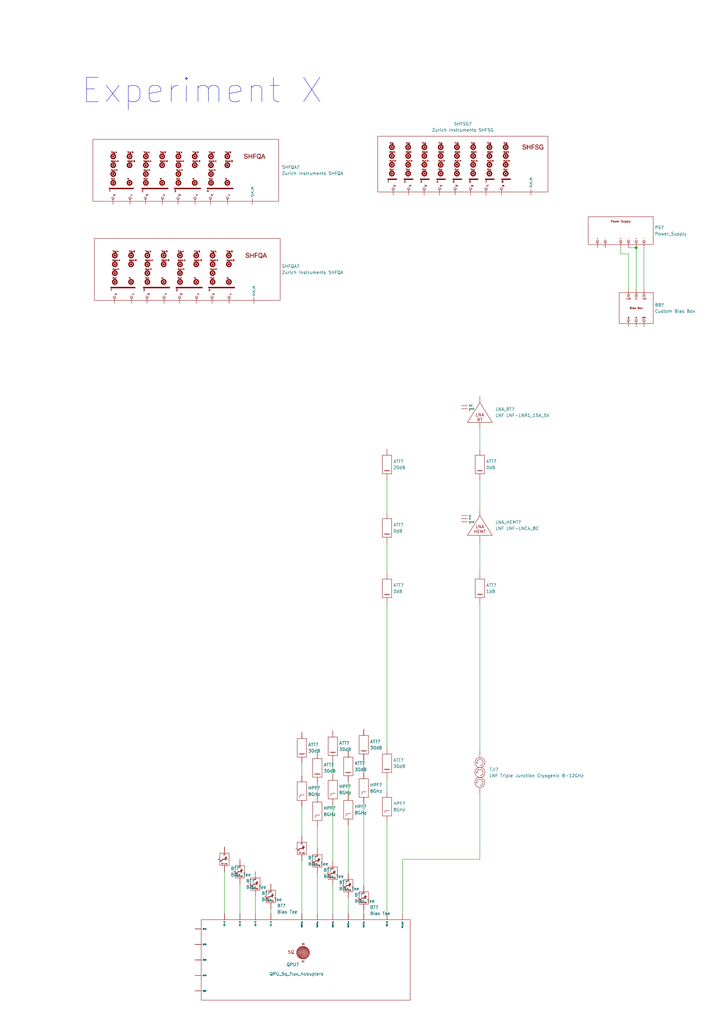
<source format=kicad_sch>
(kicad_sch (version 20211123) (generator eeschema)
  (paper "A3" portrait)
  (lib_symbols
    (symbol "Bias Tee_1" (on_board no)
      (property "Reference" "BT" (at 4.445 7.62 0))
      (property "Value" "Bias Tee_1" (at 4.445 5.08 0))
      (symbol "Bias Tee_1_0_0"
        (text "DC" (at -1.27 4.445 0) (effects (font (size 0.5 0.5))))
        (text "RF" (at 0 6.985 0) (effects (font (size 0.5 0.5))))
        (text "RF+DC" (at 0 3.175 0) (effects (font (size 0.5 0.5))))
      )
      (symbol "Bias Tee_1_1_1"
        (pin input line (at -2.54 5.08 0) (length 0.5) (name "") (number ""))
        (pin output line (at 0 0 90) (length 2.54) (name "") (number ""))
        (pin input line (at 0 10.16 270) (length 2.54) (name "") (number ""))
      )
    )
    (symbol "Bias Tee_2" (on_board no)
      (property "Reference" "BT" (at 4.445 7.62 0))
      (property "Value" "Bias Tee_2" (at 4.445 5.08 0))
      (symbol "Bias Tee_2_0_0"
        (text "DC" (at -1.27 4.445 0) (effects (font (size 0.5 0.5))))
        (text "RF" (at 0 6.985 0) (effects (font (size 0.5 0.5))))
        (text "RF+DC" (at 0 3.175 0) (effects (font (size 0.5 0.5))))
      )
      (symbol "Bias Tee_2_1_1"
        (pin input line (at -2.54 5.08 0) (length 0.5) (name "") (number ""))
        (pin output line (at 0 0 90) (length 2.54) (name "") (number ""))
        (pin input line (at 0 10.16 270) (length 2.54) (name "") (number ""))
      )
    )
    (symbol "Bias Tee_3" (on_board no)
      (property "Reference" "BT" (at 4.445 7.62 0))
      (property "Value" "Bias Tee_3" (at 4.445 5.08 0))
      (symbol "Bias Tee_3_0_0"
        (text "DC" (at -1.27 4.445 0) (effects (font (size 0.5 0.5))))
        (text "RF" (at 0 6.985 0) (effects (font (size 0.5 0.5))))
        (text "RF+DC" (at 0 3.175 0) (effects (font (size 0.5 0.5))))
      )
      (symbol "Bias Tee_3_1_1"
        (pin input line (at -2.54 5.08 0) (length 0.5) (name "") (number ""))
        (pin output line (at 0 0 90) (length 2.54) (name "") (number ""))
        (pin input line (at 0 10.16 270) (length 2.54) (name "") (number ""))
      )
    )
    (symbol "Bias Tee_4" (on_board no)
      (property "Reference" "BT" (at 4.445 7.62 0))
      (property "Value" "Bias Tee_4" (at 4.445 5.08 0))
      (symbol "Bias Tee_4_0_0"
        (text "DC" (at -1.27 4.445 0) (effects (font (size 0.5 0.5))))
        (text "RF" (at 0 6.985 0) (effects (font (size 0.5 0.5))))
        (text "RF+DC" (at 0 3.175 0) (effects (font (size 0.5 0.5))))
      )
      (symbol "Bias Tee_4_1_1"
        (pin input line (at -2.54 5.08 0) (length 0.5) (name "") (number ""))
        (pin output line (at 0 0 90) (length 2.54) (name "") (number ""))
        (pin input line (at 0 10.16 270) (length 2.54) (name "") (number ""))
      )
    )
    (symbol "Quantum Computing:Attenuator" (on_board no)
      (property "Reference" "ATT" (at 2.54 1.27 0))
      (property "Value" "Attenuator" (at 2.54 -1.27 0))
      (symbol "Attenuator_1_1"
        (pin bidirectional line (at 0 -6.35 90) (length 2.54) (name "") (number ""))
        (pin bidirectional line (at 0 6.35 270) (length 2.54) (name "") (number ""))
      )
    )
    (symbol "Quantum Computing:Bias Tee" (on_board no)
      (property "Reference" "BT" (at 4.445 7.62 0))
      (property "Value" "Bias Tee" (at 4.445 5.08 0))
      (symbol "Bias Tee_0_0"
        (text "DC" (at -1.27 4.445 0) (effects (font (size 0.5 0.5))))
        (text "RF" (at 0 6.985 0) (effects (font (size 0.5 0.5))))
        (text "RF+DC" (at 0 3.175 0) (effects (font (size 0.5 0.5))))
      )
      (symbol "Bias Tee_1_1"
        (pin input line (at -2.54 5.08 0) (length 0.5) (name "") (number ""))
        (pin output line (at 0 0 90) (length 2.54) (name "") (number ""))
        (pin input line (at 0 10.16 270) (length 2.54) (name "") (number ""))
      )
    )
    (symbol "Quantum Computing:Custom Bias Box" (on_board no)
      (property "Reference" "BB" (at 12.065 9.398 0))
      (property "Value" "Custom Bias Box" (at 12.065 7.112 0))
      (symbol "Custom Bias Box_0_0"
        (text "+12V" (at 0 11.43 0) (effects (font (size 0.5 0.5))))
        (text "-12V" (at 6.35 11.43 0) (effects (font (size 0.5 0.5))))
        (text "0" (at 3.175 11.43 0) (effects (font (size 0.5 0.5))))
        (text "Bias Box" (at 3.175 7.62 0) (effects (font (size 0.8 0.8))))
        (text "gnd" (at 6.35 3.81 0) (effects (font (size 0.5 0.5))))
        (text "Id" (at 3.175 3.81 0) (effects (font (size 0.5 0.5))))
        (text "Ig" (at 0 3.81 0) (effects (font (size 0.5 0.5))))
      )
      (symbol "Custom Bias Box_1_1"
        (pin power_out line (at 0 0 90) (length 2.54) (name "") (number ""))
        (pin power_in line (at 0 15.24 270) (length 2.54) (name "") (number ""))
        (pin power_out line (at 3.175 0 90) (length 2.54) (name "") (number ""))
        (pin power_in line (at 3.175 15.24 270) (length 2.54) (name "") (number ""))
        (pin power_out line (at 6.35 0 90) (length 2.54) (name "") (number ""))
        (pin power_out line (at 6.35 15.24 270) (length 2.54) (name "") (number ""))
      )
    )
    (symbol "Quantum Computing:High-Pass Filter" (on_board no)
      (property "Reference" "HPF" (at 2.286 1.016 0))
      (property "Value" "High-Pass Filter" (at 2.286 -1.27 0))
      (symbol "High-Pass Filter_1_1"
        (pin bidirectional line (at 0 -6.35 90) (length 2.54) (name "") (number ""))
        (pin bidirectional line (at 0 6.35 270) (length 2.54) (name "") (number ""))
      )
    )
    (symbol "Quantum Computing:LNA_HEMT" (on_board no)
      (property "Reference" "LNA_HEMT" (at 6.096 1.016 0))
      (property "Value" "LNA_HEMT" (at 6.096 -1.27 0))
      (symbol "LNA_HEMT_0_0"
        (text "HEMT" (at 0 -1.524 0) (effects (font (size 1.27 1.27))))
        (text "LNA" (at 0 0.508 0) (effects (font (size 1.27 1.27))))
      )
      (symbol "LNA_HEMT_1_1"
        (pin input line (at 0 -5.715 90) (length 2.54) (name "") (number ""))
        (pin output line (at 0 7.62 270) (length 2.54) (name "") (number ""))
        (pin power_in line (at -7.62 3.81 0) (length 2.54) (name "d") (number ""))
        (pin power_in line (at -7.62 5.08 0) (length 2.54) (name "g") (number ""))
        (pin power_in line (at -7.62 2.54 0) (length 2.54) (name "gnd") (number ""))
      )
    )
    (symbol "Quantum Computing:LNA_RT" (on_board no)
      (property "Reference" "LNA_RT" (at 6.096 1.016 0))
      (property "Value" "LNA_RT" (at 6.096 -1.27 0))
      (symbol "LNA_RT_0_0"
        (text "LNA" (at 0 0 0) (effects (font (size 1.27 1.27))))
        (text "RT" (at 0 -2.032 0) (effects (font (size 1.27 1.27))))
      )
      (symbol "LNA_RT_1_1"
        (pin input line (at 0 -5.715 90) (length 2.54) (name "") (number ""))
        (pin output line (at 0 7.62 270) (length 2.54) (name "") (number ""))
        (pin power_in line (at -7.62 3.81 0) (length 2.54) (name "5V") (number ""))
        (pin power_in line (at -7.62 2.54 0) (length 2.54) (name "gnd") (number ""))
      )
    )
    (symbol "Quantum Computing:Power_Supply" (on_board no)
      (property "Reference" "PS" (at 24.765 9.398 0))
      (property "Value" "Power_Supply" (at 24.765 7.112 0))
      (symbol "Power_Supply_0_0"
        (text "+" (at 0 3.81 0) (effects (font (size 0.5 0.5))))
        (text "+" (at 9.525 3.81 0) (effects (font (size 0.5 0.5))))
        (text "+" (at 15.875 3.81 0) (effects (font (size 0.5 0.5))))
        (text "-" (at 3.175 3.81 0) (effects (font (size 0.5 0.5))))
        (text "-" (at 12.7 3.81 0) (effects (font (size 0.5 0.5))))
        (text "-" (at 19.05 3.81 0) (effects (font (size 0.5 0.5))))
        (text "Power Supply" (at 9.525 10.795 0) (effects (font (size 0.8 0.8))))
      )
      (symbol "Power_Supply_1_1"
        (pin power_out line (at 0 0 90) (length 2.54) (name "") (number ""))
        (pin power_out line (at 3.175 0 90) (length 2.54) (name "") (number ""))
        (pin power_out line (at 9.525 0 90) (length 2.54) (name "") (number ""))
        (pin power_out line (at 12.7 0 90) (length 2.54) (name "") (number ""))
        (pin power_out line (at 15.875 0 90) (length 2.54) (name "") (number ""))
        (pin power_out line (at 19.05 0 90) (length 2.54) (name "") (number ""))
      )
    )
    (symbol "Quantum Computing:QPU_5q_flux_4couplers" (on_board no)
      (property "Reference" "QPU" (at -37.465 -24.765 0))
      (property "Value" "QPU_5q_flux_4couplers" (at -37.465 -26.797 0))
      (symbol "QPU_5q_flux_4couplers_0_0"
        (text "5Q" (at -42.545 -15.875 0) (effects (font (size 1.27 1.27))))
      )
      (symbol "QPU_5q_flux_4couplers_1_1"
        (pin input line (at -50.8 0 270) (length 2.54) (name "C1-3") (number ""))
        (pin input line (at -57.15 0 270) (length 2.54) (name "C2-3") (number ""))
        (pin input line (at -63.5 0 270) (length 2.54) (name "C4-3") (number ""))
        (pin input line (at -69.85 0 270) (length 2.54) (name "C5-3") (number ""))
        (pin input line (at -81.915 -6.35 0) (length 2.54) (name "Q1D") (number ""))
        (pin input line (at -12.7 0 270) (length 2.54) (name "Q1Flux") (number ""))
        (pin input line (at -81.915 -12.7 0) (length 2.54) (name "Q2D") (number ""))
        (pin input line (at -19.05 0 270) (length 2.54) (name "Q2Flux") (number ""))
        (pin input line (at -81.915 -19.05 0) (length 2.54) (name "Q3D") (number ""))
        (pin input line (at -25.4 0 270) (length 2.54) (name "Q3Flux") (number ""))
        (pin input line (at -81.915 -25.4 0) (length 2.54) (name "Q4D") (number ""))
        (pin input line (at -31.75 0 270) (length 2.54) (name "Q4Flux") (number ""))
        (pin input line (at -81.915 -31.75 0) (length 2.54) (name "Q5D") (number ""))
        (pin input line (at -38.1 0 270) (length 2.54) (name "Q5Flux") (number ""))
        (pin input line (at -3.175 0 270) (length 2.54) (name "RO_IN") (number ""))
        (pin output line (at 3.175 0 270) (length 2.54) (name "RO_OUT") (number ""))
      )
    )
    (symbol "Quantum Computing:Triple Junction Isolator" (on_board no)
      (property "Reference" "TJI" (at 6.096 1.016 0))
      (property "Value" "Triple Junction Isolator" (at 6.096 -1.27 0))
      (symbol "Triple Junction Isolator_1_1"
        (pin input line (at 0 -8.89 90) (length 2.54) (name "") (number ""))
        (pin output line (at 0 8.89 270) (length 2.54) (name "") (number ""))
      )
    )
    (symbol "Quantum Computing:Zurich Instruments SHFQA" (on_board no)
      (property "Reference" "SHFQA" (at 16.51 31.623 0))
      (property "Value" "Zurich Instruments SHFQA" (at 16.51 29.337 0))
      (symbol "Zurich Instruments SHFQA_0_0"
        (text "I1" (at 7.62 3.81 0) (effects (font (size 0.5 0.5))))
        (text "I2" (at 20.955 3.81 0) (effects (font (size 0.5 0.5))))
        (text "I3" (at 34.29 3.81 0) (effects (font (size 0.5 0.5))))
        (text "I4" (at 47.625 3.81 0) (effects (font (size 0.5 0.5))))
        (text "O1" (at 0.635 3.81 0) (effects (font (size 0.5 0.5))))
        (text "O2" (at 13.97 3.81 0) (effects (font (size 0.5 0.5))))
        (text "O3" (at 27.305 3.81 0) (effects (font (size 0.5 0.5))))
        (text "O4" (at 40.64 3.81 0) (effects (font (size 0.5 0.5))))
      )
      (symbol "Zurich Instruments SHFQA_1_1"
        (pin output line (at 0 0 90) (length 2.54) (name "") (number ""))
        (pin input line (at 6.985 0 90) (length 2.54) (name "") (number ""))
        (pin output line (at 13.335 0 90) (length 2.54) (name "") (number ""))
        (pin input line (at 20.32 0 90) (length 2.54) (name "") (number ""))
        (pin output line (at 26.67 0 90) (length 2.54) (name "") (number ""))
        (pin input line (at 33.655 0 90) (length 2.54) (name "") (number ""))
        (pin output line (at 40.005 0 90) (length 2.54) (name "") (number ""))
        (pin input line (at 46.99 0 90) (length 2.54) (name "") (number ""))
        (pin input line (at 57.15 0 90) (length 2.54) (name "CLK_IN") (number ""))
      )
    )
    (symbol "Quantum Computing:Zurich Instruments SHFSG" (on_board no)
      (property "Reference" "SHFSG" (at 19.05 31.623 0))
      (property "Value" "Zurich Instruments SHFSG" (at 19.05 29.337 0))
      (symbol "Zurich Instruments SHFSG_0_0"
        (text "O1" (at 0.635 3.81 0) (effects (font (size 0.5 0.5))))
        (text "O2" (at 6.985 3.81 0) (effects (font (size 0.5 0.5))))
        (text "O3" (at 13.335 3.81 0) (effects (font (size 0.5 0.5))))
        (text "O4" (at 19.685 3.81 0) (effects (font (size 0.5 0.5))))
        (text "O5" (at 26.035 3.81 0) (effects (font (size 0.5 0.5))))
        (text "O6" (at 32.385 3.81 0) (effects (font (size 0.5 0.5))))
        (text "O7" (at 38.735 3.81 0) (effects (font (size 0.5 0.5))))
        (text "O8" (at 45.085 3.81 0) (effects (font (size 0.5 0.5))))
      )
      (symbol "Zurich Instruments SHFSG_1_1"
        (pin output line (at 0 0 90) (length 2.54) (name "") (number ""))
        (pin output line (at 6.35 0 90) (length 2.54) (name "") (number ""))
        (pin output line (at 12.7 0 90) (length 2.54) (name "") (number ""))
        (pin output line (at 19.05 0 90) (length 2.54) (name "") (number ""))
        (pin output line (at 25.4 0 90) (length 2.54) (name "") (number ""))
        (pin output line (at 31.75 0 90) (length 2.54) (name "") (number ""))
        (pin output line (at 38.1 0 90) (length 2.54) (name "") (number ""))
        (pin output line (at 44.45 0 90) (length 2.54) (name "") (number ""))
        (pin input line (at 56.515 0 90) (length 2.54) (name "CLK_IN") (number ""))
      )
    )
  )
  (junction (at 260.985 101.6))
  (wire (pts (xy 158.75 222.885) (xy 158.75 234.95)))
  (wire (pts (xy 260.985 101.6) (xy 260.985 118.745)))
  (wire (pts (xy 149.225 329.565) (xy 149.225 363.22)))
  (wire (pts (xy 158.75 247.65) (xy 158.75 306.705)))
  (wire (pts (xy 142.875 338.455) (xy 142.875 358.14)))
  (wire (pts (xy 257.81 104.14) (xy 257.81 118.745)))
  (wire (pts (xy 196.85 196.85) (xy 196.85 208.915)))
  (wire (pts (xy 149.225 373.38) (xy 149.225 374.65)))
  (wire (pts (xy 264.16 101.6) (xy 264.16 118.745)))
  (wire (pts (xy 104.775 367.665) (xy 104.775 374.65)))
  (wire (pts (xy 158.75 196.85) (xy 158.75 210.185)))
  (wire (pts (xy 123.825 353.06) (xy 123.825 374.65)))
  (wire (pts (xy 158.75 319.405) (xy 158.75 324.485)))
  (wire (pts (xy 92.075 357.505) (xy 92.075 374.65)))
  (wire (pts (xy 136.525 363.22) (xy 136.525 374.65)))
  (wire (pts (xy 98.425 362.585) (xy 98.425 374.65)))
  (wire (pts (xy 196.85 222.25) (xy 196.85 234.95)))
  (wire (pts (xy 165.1 352.425) (xy 165.1 374.65)))
  (wire (pts (xy 254.635 101.6) (xy 254.635 104.14)))
  (wire (pts (xy 257.81 101.6) (xy 260.985 101.6)))
  (wire (pts (xy 130.175 358.14) (xy 130.175 374.65)))
  (wire (pts (xy 130.175 321.31) (xy 130.175 326.39)))
  (wire (pts (xy 196.85 175.895) (xy 196.85 184.15)))
  (wire (pts (xy 254.635 104.14) (xy 257.81 104.14)))
  (wire (pts (xy 123.825 313.055) (xy 123.825 318.135)))
  (wire (pts (xy 196.85 247.65) (xy 196.85 307.975)))
  (wire (pts (xy 123.825 330.835) (xy 123.825 342.9)))
  (wire (pts (xy 130.175 339.09) (xy 130.175 347.98)))
  (wire (pts (xy 142.875 320.675) (xy 142.875 325.755)))
  (wire (pts (xy 196.85 352.425) (xy 196.85 325.755)))
  (wire (pts (xy 136.525 312.42) (xy 136.525 317.5)))
  (wire (pts (xy 111.125 372.745) (xy 111.125 374.65)))
  (wire (pts (xy 142.875 368.3) (xy 142.875 374.65)))
  (wire (pts (xy 158.75 337.185) (xy 158.75 374.65)))
  (wire (pts (xy 136.525 330.2) (xy 136.525 353.06)))
  (wire (pts (xy 196.85 352.425) (xy 165.1 352.425)))
  (wire (pts (xy 149.225 311.785) (xy 149.225 316.865)))
  (text "Experiment X" (at 33.02 43.18 0) (effects (font (size 10 10)) (justify left bottom)))
  (symbol (lib_id "Quantum Computing:Zurich Instruments SHFQA") (at 46.355 83.82 0) (unit 1) (on_board no)
    (property "Reference" "SHFQA?" (at 115.57 68.5799 0) (effects (justify left)))
    (property "Value" "Zurich Instruments SHFQA" (at 115.57 71.1199 0) (effects (justify left)))
  )
  (symbol (lib_id "Quantum Computing:Bias Tee") (at 123.825 353.06 0) (unit 1) (on_board no)
    (property "Reference" "BT?" (at 126.365 351.7899 0) (effects (justify left)))
    (property "Value" "Bias Tee" (at 126.365 354.3299 0) (effects (justify left)))
  )
  (symbol (lib_id "Quantum Computing:High-Pass Filter") (at 130.175 332.74 0) (unit 1) (on_board no)
    (property "Reference" "HPF?" (at 132.715 331.4699 0) (effects (justify left)))
    (property "Value" "8GHz" (at 132.715 334.0099 0) (effects (justify left)))
  )
  (symbol (lib_name "Bias Tee_3") (lib_id "Quantum Computing:Bias Tee") (at 104.775 367.665 0) (unit 1) (on_board no)
    (property "Reference" "BT?" (at 107.315 366.3949 0) (effects (justify left)))
    (property "Value" "Bias Tee" (at 107.315 368.9349 0) (effects (justify left)))
  )
  (symbol (lib_id "Quantum Computing:High-Pass Filter") (at 136.525 323.85 0) (unit 1) (on_board no)
    (property "Reference" "HPF?" (at 139.065 322.5799 0) (effects (justify left)))
    (property "Value" "8GHz" (at 139.065 325.1199 0) (effects (justify left)))
  )
  (symbol (lib_id "Quantum Computing:High-Pass Filter") (at 158.75 330.835 0) (unit 1) (on_board no)
    (property "Reference" "HPF?" (at 161.29 329.5649 0) (effects (justify left)))
    (property "Value" "8GHz" (at 161.29 332.1049 0) (effects (justify left)))
  )
  (symbol (lib_id "Quantum Computing:Attenuator") (at 136.525 306.07 0) (unit 1) (on_board no)
    (property "Reference" "ATT?" (at 139.065 304.7999 0) (effects (justify left)))
    (property "Value" "30dB" (at 139.065 307.3399 0) (effects (justify left)))
  )
  (symbol (lib_id "Quantum Computing:Triple Junction Isolator") (at 196.85 316.865 0) (unit 1) (on_board no)
    (property "Reference" "TJI?" (at 200.66 315.5949 0) (effects (justify left)))
    (property "Value" "LNF Triple Junction Cryogenic 8-12GHz" (at 200.66 318.1349 0) (effects (justify left)))
  )
  (symbol (lib_id "Quantum Computing:High-Pass Filter") (at 149.225 323.215 0) (unit 1) (on_board no)
    (property "Reference" "HPF?" (at 151.765 321.9449 0) (effects (justify left)))
    (property "Value" "8GHz" (at 151.765 324.4849 0) (effects (justify left)))
  )
  (symbol (lib_id "Quantum Computing:Bias Tee") (at 92.075 357.505 0) (unit 1) (on_board no)
    (property "Reference" "BT?" (at 94.615 356.2349 0) (effects (justify left)))
    (property "Value" "Bias Tee" (at 94.615 358.7749 0) (effects (justify left)))
  )
  (symbol (lib_id "Quantum Computing:QPU_5q_flux_4couplers") (at 161.925 374.65 0) (unit 1) (on_board no)
    (property "Reference" "QPU?" (at 117.475 395.605 0) (effects (justify left)))
    (property "Value" "QPU_5q_flux_4couplers" (at 110.49 399.415 0) (effects (justify left)))
  )
  (symbol (lib_id "Quantum Computing:Power_Supply") (at 245.11 101.6 0) (unit 1) (on_board no)
    (property "Reference" "PS?" (at 268.605 93.3449 0) (effects (justify left)))
    (property "Value" "Power_Supply" (at 268.605 95.8849 0) (effects (justify left)))
  )
  (symbol (lib_id "Quantum Computing:LNA_HEMT") (at 196.85 216.535 0) (unit 1) (on_board no)
    (property "Reference" "LNA_HEMT?" (at 203.2 214.1854 0) (effects (justify left)))
    (property "Value" "LNF LNF-LNC4_8C" (at 203.2 216.7254 0) (effects (justify left)))
  )
  (symbol (lib_id "Quantum Computing:Attenuator") (at 196.85 190.5 0) (unit 1) (on_board no)
    (property "Reference" "ATT?" (at 199.39 189.2299 0) (effects (justify left)))
    (property "Value" "0dB" (at 199.39 191.7699 0) (effects (justify left)))
  )
  (symbol (lib_id "Quantum Computing:Attenuator") (at 149.225 305.435 0) (unit 1) (on_board no)
    (property "Reference" "ATT?" (at 151.765 304.1649 0) (effects (justify left)))
    (property "Value" "30dB" (at 151.765 306.7049 0) (effects (justify left)))
  )
  (symbol (lib_id "Quantum Computing:Custom Bias Box") (at 257.81 133.985 0) (unit 1) (on_board no)
    (property "Reference" "BB?" (at 268.605 125.0949 0) (effects (justify left)))
    (property "Value" "Custom Bias Box" (at 268.605 127.6349 0) (effects (justify left)))
  )
  (symbol (lib_name "Bias Tee_3") (lib_id "Quantum Computing:Bias Tee") (at 136.525 363.22 0) (unit 1) (on_board no)
    (property "Reference" "BT?" (at 139.065 361.9499 0) (effects (justify left)))
    (property "Value" "Bias Tee" (at 139.065 364.4899 0) (effects (justify left)))
  )
  (symbol (lib_id "Quantum Computing:Attenuator") (at 123.825 306.705 0) (unit 1) (on_board no)
    (property "Reference" "ATT?" (at 126.365 305.4349 0) (effects (justify left)))
    (property "Value" "30dB" (at 126.365 307.9749 0) (effects (justify left)))
  )
  (symbol (lib_id "Quantum Computing:Attenuator") (at 158.75 313.055 0) (unit 1) (on_board no)
    (property "Reference" "ATT?" (at 161.29 311.7849 0) (effects (justify left)))
    (property "Value" "30dB" (at 161.29 314.3249 0) (effects (justify left)))
  )
  (symbol (lib_id "Quantum Computing:High-Pass Filter") (at 142.875 332.105 0) (unit 1) (on_board no)
    (property "Reference" "HPF?" (at 145.415 330.8349 0) (effects (justify left)))
    (property "Value" "8GHz" (at 145.415 333.3749 0) (effects (justify left)))
  )
  (symbol (lib_name "Bias Tee_4") (lib_id "Quantum Computing:Bias Tee") (at 98.425 362.585 0) (unit 1) (on_board no)
    (property "Reference" "BT?" (at 100.965 361.3149 0) (effects (justify left)))
    (property "Value" "Bias Tee" (at 100.965 363.8549 0) (effects (justify left)))
  )
  (symbol (lib_id "Quantum Computing:Attenuator") (at 158.75 241.3 0) (unit 1) (on_board no)
    (property "Reference" "ATT?" (at 161.29 240.0299 0) (effects (justify left)))
    (property "Value" "0dB" (at 161.29 242.5699 0) (effects (justify left)))
  )
  (symbol (lib_id "Quantum Computing:Attenuator") (at 130.175 314.96 0) (unit 1) (on_board no)
    (property "Reference" "ATT?" (at 132.715 313.6899 0) (effects (justify left)))
    (property "Value" "30dB" (at 132.715 316.2299 0) (effects (justify left)))
  )
  (symbol (lib_name "Bias Tee_1") (lib_id "Quantum Computing:Bias Tee") (at 149.225 373.38 0) (unit 1) (on_board no)
    (property "Reference" "BT?" (at 151.765 372.1099 0) (effects (justify left)))
    (property "Value" "Bias Tee" (at 151.765 374.6499 0) (effects (justify left)))
  )
  (symbol (lib_id "Quantum Computing:Attenuator") (at 196.85 241.3 0) (unit 1) (on_board no)
    (property "Reference" "ATT?" (at 199.39 240.0299 0) (effects (justify left)))
    (property "Value" "1dB" (at 199.39 242.5699 0) (effects (justify left)))
  )
  (symbol (lib_id "Quantum Computing:High-Pass Filter") (at 123.825 324.485 0) (unit 1) (on_board no)
    (property "Reference" "HPF?" (at 126.365 323.2149 0) (effects (justify left)))
    (property "Value" "8GHz" (at 126.365 325.7549 0) (effects (justify left)))
  )
  (symbol (lib_name "Bias Tee_2") (lib_id "Quantum Computing:Bias Tee") (at 142.875 368.3 0) (unit 1) (on_board no)
    (property "Reference" "BT?" (at 145.415 367.0299 0) (effects (justify left)))
    (property "Value" "Bias Tee" (at 145.415 369.5699 0) (effects (justify left)))
  )
  (symbol (lib_id "Quantum Computing:Zurich Instruments SHFSG") (at 161.29 80.01 0) (unit 1) (on_board no)
    (property "Reference" "SHFSG?" (at 189.865 50.8 0))
    (property "Value" "Zurich Instruments SHFSG" (at 189.865 53.34 0))
  )
  (symbol (lib_id "Quantum Computing:Zurich Instruments SHFQA") (at 46.99 124.46 0) (unit 1) (on_board no)
    (property "Reference" "SHFQA?" (at 115.57 109.2199 0) (effects (justify left)))
    (property "Value" "Zurich Instruments SHFQA" (at 115.57 111.7599 0) (effects (justify left)))
  )
  (symbol (lib_id "Quantum Computing:LNA_RT") (at 196.85 170.18 0) (unit 1) (on_board no)
    (property "Reference" "LNA_RT?" (at 203.2 167.8304 0) (effects (justify left)))
    (property "Value" "LNF LNF-LNR1_15A_SV" (at 203.2 170.3704 0) (effects (justify left)))
  )
  (symbol (lib_name "Bias Tee_4") (lib_id "Quantum Computing:Bias Tee") (at 130.175 358.14 0) (unit 1) (on_board no)
    (property "Reference" "BT?" (at 132.715 356.8699 0) (effects (justify left)))
    (property "Value" "Bias Tee" (at 132.715 359.4099 0) (effects (justify left)))
  )
  (symbol (lib_id "Quantum Computing:Attenuator") (at 142.875 314.325 0) (unit 1) (on_board no)
    (property "Reference" "ATT?" (at 145.415 313.0549 0) (effects (justify left)))
    (property "Value" "30dB" (at 145.415 315.5949 0) (effects (justify left)))
  )
  (symbol (lib_id "Quantum Computing:Attenuator") (at 158.75 216.535 0) (unit 1) (on_board no)
    (property "Reference" "ATT?" (at 161.29 215.2649 0) (effects (justify left)))
    (property "Value" "0dB" (at 161.29 217.8049 0) (effects (justify left)))
  )
  (symbol (lib_name "Bias Tee_2") (lib_id "Quantum Computing:Bias Tee") (at 111.125 372.745 0) (unit 1) (on_board no)
    (property "Reference" "BT?" (at 113.665 371.4749 0) (effects (justify left)))
    (property "Value" "Bias Tee" (at 113.665 374.0149 0) (effects (justify left)))
  )
  (symbol (lib_id "Quantum Computing:Attenuator") (at 158.75 190.5 0) (unit 1) (on_board no)
    (property "Reference" "ATT?" (at 161.29 189.2299 0) (effects (justify left)))
    (property "Value" "20dB" (at 161.29 191.7699 0) (effects (justify left)))
  )
)
</source>
